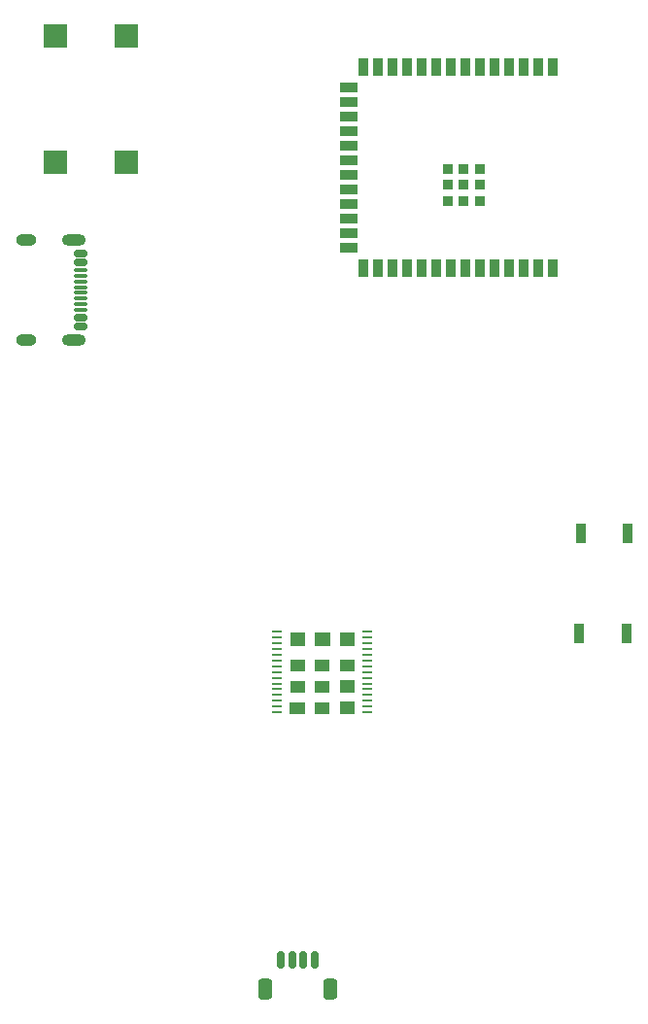
<source format=gbr>
%TF.GenerationSoftware,KiCad,Pcbnew,8.0.7*%
%TF.CreationDate,2025-01-16T15:43:03+03:00*%
%TF.ProjectId,bitshoka,62697473-686f-46b6-912e-6b696361645f,rev?*%
%TF.SameCoordinates,Original*%
%TF.FileFunction,Paste,Bot*%
%TF.FilePolarity,Positive*%
%FSLAX46Y46*%
G04 Gerber Fmt 4.6, Leading zero omitted, Abs format (unit mm)*
G04 Created by KiCad (PCBNEW 8.0.7) date 2025-01-16 15:43:03*
%MOMM*%
%LPD*%
G01*
G04 APERTURE LIST*
G04 Aperture macros list*
%AMRoundRect*
0 Rectangle with rounded corners*
0 $1 Rounding radius*
0 $2 $3 $4 $5 $6 $7 $8 $9 X,Y pos of 4 corners*
0 Add a 4 corners polygon primitive as box body*
4,1,4,$2,$3,$4,$5,$6,$7,$8,$9,$2,$3,0*
0 Add four circle primitives for the rounded corners*
1,1,$1+$1,$2,$3*
1,1,$1+$1,$4,$5*
1,1,$1+$1,$6,$7*
1,1,$1+$1,$8,$9*
0 Add four rect primitives between the rounded corners*
20,1,$1+$1,$2,$3,$4,$5,0*
20,1,$1+$1,$4,$5,$6,$7,0*
20,1,$1+$1,$6,$7,$8,$9,0*
20,1,$1+$1,$8,$9,$2,$3,0*%
G04 Aperture macros list end*
%ADD10C,0.001000*%
%ADD11RoundRect,0.150000X0.425000X-0.150000X0.425000X0.150000X-0.425000X0.150000X-0.425000X-0.150000X0*%
%ADD12RoundRect,0.075000X0.500000X-0.075000X0.500000X0.075000X-0.500000X0.075000X-0.500000X-0.075000X0*%
%ADD13O,1.800000X1.000000*%
%ADD14O,2.100000X1.000000*%
%ADD15R,0.900000X1.500000*%
%ADD16R,1.500000X0.900000*%
%ADD17R,0.900000X0.900000*%
%ADD18RoundRect,0.055250X0.340750X0.055250X-0.340750X0.055250X-0.340750X-0.055250X0.340750X-0.055250X0*%
%ADD19R,2.000000X2.000000*%
%ADD20R,0.900000X1.800000*%
%ADD21RoundRect,0.150000X-0.150000X-0.625000X0.150000X-0.625000X0.150000X0.625000X-0.150000X0.625000X0*%
%ADD22RoundRect,0.250000X-0.350000X-0.650000X0.350000X-0.650000X0.350000X0.650000X-0.350000X0.650000X0*%
G04 APERTURE END LIST*
%TO.C,U8*%
D10*
X104010562Y-119161000D02*
X102810562Y-119161000D01*
X102810562Y-120111000D01*
X104010562Y-120111000D01*
X104010562Y-119161000D01*
G36*
X104010562Y-119161000D02*
G01*
X102810562Y-119161000D01*
X102810562Y-120111000D01*
X104010562Y-120111000D01*
X104010562Y-119161000D01*
G37*
X104020562Y-117301000D02*
X102820562Y-117301000D01*
X102820562Y-118251000D01*
X104020562Y-118251000D01*
X104020562Y-117301000D01*
G36*
X104020562Y-117301000D02*
G01*
X102820562Y-117301000D01*
X102820562Y-118251000D01*
X104020562Y-118251000D01*
X104020562Y-117301000D01*
G37*
X104030562Y-113066000D02*
X102830562Y-113066000D01*
X102830562Y-114176000D01*
X104030562Y-114176000D01*
X104030562Y-113066000D01*
G36*
X104030562Y-113066000D02*
G01*
X102830562Y-113066000D01*
X102830562Y-114176000D01*
X104030562Y-114176000D01*
X104030562Y-113066000D01*
G37*
X104030562Y-115471000D02*
X102830562Y-115471000D01*
X102830562Y-116421000D01*
X104030562Y-116421000D01*
X104030562Y-115471000D01*
G36*
X104030562Y-115471000D02*
G01*
X102830562Y-115471000D01*
X102830562Y-116421000D01*
X104030562Y-116421000D01*
X104030562Y-115471000D01*
G37*
X106160562Y-119161000D02*
X104960562Y-119161000D01*
X104960562Y-120111000D01*
X106160562Y-120111000D01*
X106160562Y-119161000D01*
G36*
X106160562Y-119161000D02*
G01*
X104960562Y-119161000D01*
X104960562Y-120111000D01*
X106160562Y-120111000D01*
X106160562Y-119161000D01*
G37*
X106170562Y-117301000D02*
X104970562Y-117301000D01*
X104970562Y-118251000D01*
X106170562Y-118251000D01*
X106170562Y-117301000D01*
G36*
X106170562Y-117301000D02*
G01*
X104970562Y-117301000D01*
X104970562Y-118251000D01*
X106170562Y-118251000D01*
X106170562Y-117301000D01*
G37*
X106180562Y-115471000D02*
X104980562Y-115471000D01*
X104980562Y-116421000D01*
X106180562Y-116421000D01*
X106180562Y-115471000D01*
G36*
X106180562Y-115471000D02*
G01*
X104980562Y-115471000D01*
X104980562Y-116421000D01*
X106180562Y-116421000D01*
X106180562Y-115471000D01*
G37*
X106210562Y-113086000D02*
X105010562Y-113086000D01*
X105010562Y-114196000D01*
X106210562Y-114196000D01*
X106210562Y-113086000D01*
G36*
X106210562Y-113086000D02*
G01*
X105010562Y-113086000D01*
X105010562Y-114196000D01*
X106210562Y-114196000D01*
X106210562Y-113086000D01*
G37*
X108350562Y-113086000D02*
X107150562Y-113086000D01*
X107150562Y-114206000D01*
X108350562Y-114206000D01*
X108350562Y-113086000D01*
G36*
X108350562Y-113086000D02*
G01*
X107150562Y-113086000D01*
X107150562Y-114206000D01*
X108350562Y-114206000D01*
X108350562Y-113086000D01*
G37*
X108370562Y-119151000D02*
X107170562Y-119151000D01*
X107170562Y-120101000D01*
X108370562Y-120101000D01*
X108370562Y-119151000D01*
G36*
X108370562Y-119151000D02*
G01*
X107170562Y-119151000D01*
X107170562Y-120101000D01*
X108370562Y-120101000D01*
X108370562Y-119151000D01*
G37*
X108380562Y-117291000D02*
X107180562Y-117291000D01*
X107180562Y-118241000D01*
X108380562Y-118241000D01*
X108380562Y-117291000D01*
G36*
X108380562Y-117291000D02*
G01*
X107180562Y-117291000D01*
X107180562Y-118241000D01*
X108380562Y-118241000D01*
X108380562Y-117291000D01*
G37*
X108390562Y-115461000D02*
X107190562Y-115461000D01*
X107190562Y-116411000D01*
X108390562Y-116411000D01*
X108390562Y-115461000D01*
G36*
X108390562Y-115461000D02*
G01*
X107190562Y-115461000D01*
X107190562Y-116411000D01*
X108390562Y-116411000D01*
X108390562Y-115461000D01*
G37*
%TD*%
D11*
%TO.C,J5*%
X84545000Y-86460000D03*
X84545000Y-85660000D03*
D12*
X84545000Y-84510000D03*
X84545000Y-83510000D03*
X84545000Y-83010000D03*
X84545000Y-82010000D03*
D11*
X84545000Y-80060000D03*
X84545000Y-80860000D03*
D12*
X84545000Y-81510000D03*
X84545000Y-82510000D03*
X84545000Y-84010000D03*
X84545000Y-85010000D03*
D13*
X79790000Y-87580000D03*
D14*
X83970000Y-87580000D03*
D13*
X79790000Y-78940000D03*
D14*
X83970000Y-78940000D03*
%TD*%
D15*
%TO.C,U4*%
X125690000Y-81360000D03*
X124420000Y-81360000D03*
X123150000Y-81360000D03*
X121880000Y-81360000D03*
X120610000Y-81360000D03*
X119340000Y-81360000D03*
X118070000Y-81360000D03*
X116800000Y-81360000D03*
X115530000Y-81360000D03*
X114260000Y-81360000D03*
X112990000Y-81360000D03*
X111720000Y-81360000D03*
X110450000Y-81360000D03*
X109180000Y-81360000D03*
D16*
X107930000Y-79595000D03*
X107930000Y-78325000D03*
X107930000Y-77055000D03*
X107930000Y-75785000D03*
X107930000Y-74515000D03*
X107930000Y-73245000D03*
X107930000Y-71975000D03*
X107930000Y-70705000D03*
X107930000Y-69435000D03*
X107930000Y-68165000D03*
X107930000Y-66895000D03*
X107930000Y-65625000D03*
D15*
X109180000Y-63860000D03*
X110450000Y-63860000D03*
X111720000Y-63860000D03*
X112990000Y-63860000D03*
X114260000Y-63860000D03*
X115530000Y-63860000D03*
X116800000Y-63860000D03*
X118070000Y-63860000D03*
X119340000Y-63860000D03*
X120610000Y-63860000D03*
X121880000Y-63860000D03*
X123150000Y-63860000D03*
X124420000Y-63860000D03*
X125690000Y-63860000D03*
D17*
X116570000Y-75510000D03*
X117970000Y-75510000D03*
X119370000Y-75510000D03*
X116570000Y-74110000D03*
X117970000Y-74110000D03*
X119370000Y-74110000D03*
X116570000Y-72710000D03*
X117970000Y-72710000D03*
X119370000Y-72710000D03*
%TD*%
D18*
%TO.C,U8*%
X109526562Y-113032000D03*
X109526562Y-113534000D03*
X109526562Y-114036000D03*
X109526562Y-114538000D03*
X109526562Y-115040000D03*
X109526562Y-115542000D03*
X109526562Y-116044000D03*
X109526562Y-116546000D03*
X109526562Y-117048000D03*
X109526562Y-117550000D03*
X109526562Y-118052000D03*
X109526562Y-118554000D03*
X109526562Y-119056000D03*
X109526562Y-119558000D03*
X109526562Y-120060000D03*
X101694562Y-120060000D03*
X101694562Y-119558000D03*
X101694562Y-119056000D03*
X101694562Y-118554000D03*
X101694562Y-118052000D03*
X101694562Y-117550000D03*
X101694562Y-117048000D03*
X101694562Y-116546000D03*
X101694562Y-116044000D03*
X101694562Y-115542000D03*
X101694562Y-115040000D03*
X101694562Y-114538000D03*
X101694562Y-114036000D03*
X101694562Y-113534000D03*
X101694562Y-113032000D03*
%TD*%
D19*
%TO.C,J1*%
X82330000Y-72120000D03*
X88530000Y-72120000D03*
X82330000Y-61120000D03*
X88530000Y-61120000D03*
%TD*%
D20*
%TO.C,SW1*%
X132246000Y-104448000D03*
X128136000Y-104448000D03*
%TD*%
%TO.C,SW2*%
X132142000Y-113155000D03*
X128032000Y-113155000D03*
%TD*%
D21*
%TO.C,J7*%
X102000000Y-141675000D03*
X103000000Y-141675000D03*
X104000000Y-141675000D03*
X105000000Y-141675000D03*
D22*
X100700000Y-144200000D03*
X106300000Y-144200000D03*
%TD*%
M02*

</source>
